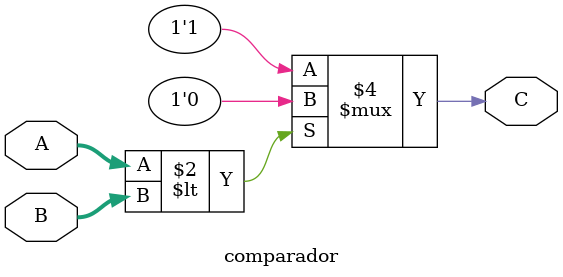
<source format=v>
`timescale 1ns / 1ps
module comparador(C, A, B); // describe un comparador de dos bits
	input [4:0] A;
	input [4:0]	B;
	output reg C;
	
	always @*	
	begin 
		if (A < B) C <= 1'b0;
		else C <= 1'b1;
	end 
endmodule
</source>
